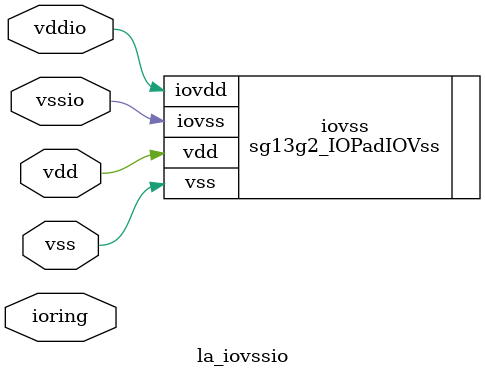
<source format=v>
module la_iovssio #(
    parameter PROP  = "DEFAULT",  // cell type
    parameter SIDE  = "NO",       // "NO", "SO", "EA", "WE"
    parameter RINGW = 8           // width of io ring
) (
    inout vdd,  // core supply
    inout vss,  // core ground
    inout vddio,  // io supply
    inout vssio,  // io ground
    inout [RINGW-1:0] ioring  // generic io-ring interface
);

  sg13g2_IOPadIOVss iovss (
    .iovdd(vddio),
    .iovss(vssio),
    .vdd(vdd),
    .vss(vss)
  );

endmodule

</source>
